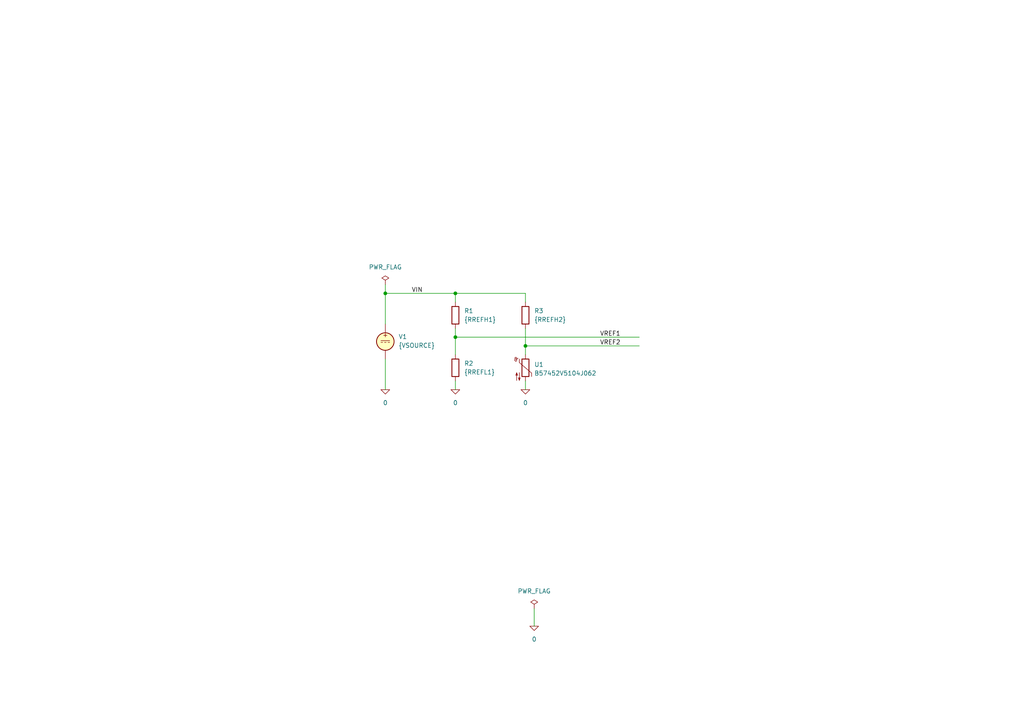
<source format=kicad_sch>
(kicad_sch
	(version 20231120)
	(generator "eeschema")
	(generator_version "8.0")
	(uuid "6d0d9df8-d651-40e1-ab76-10f9593344e7")
	(paper "A4")
	(title_block
		(title "Wheatstone bridge")
		(date "2024-10-04")
		(rev "1")
		(company "astroelectronic@")
		(comment 1 "-")
		(comment 2 "-")
		(comment 3 "-")
		(comment 4 "AE01006104")
	)
	(lib_symbols
		(symbol "B57452V5104J062:0"
			(power)
			(pin_names
				(offset 0)
			)
			(exclude_from_sim no)
			(in_bom yes)
			(on_board yes)
			(property "Reference" "#GND"
				(at 0 -2.54 0)
				(effects
					(font
						(size 1.27 1.27)
					)
					(hide yes)
				)
			)
			(property "Value" "0"
				(at 0 -1.778 0)
				(effects
					(font
						(size 1.27 1.27)
					)
				)
			)
			(property "Footprint" ""
				(at 0 0 0)
				(effects
					(font
						(size 1.27 1.27)
					)
					(hide yes)
				)
			)
			(property "Datasheet" "~"
				(at 0 0 0)
				(effects
					(font
						(size 1.27 1.27)
					)
					(hide yes)
				)
			)
			(property "Description" "0V reference potential for simulation"
				(at 0 0 0)
				(effects
					(font
						(size 1.27 1.27)
					)
					(hide yes)
				)
			)
			(property "ki_keywords" "simulation"
				(at 0 0 0)
				(effects
					(font
						(size 1.27 1.27)
					)
					(hide yes)
				)
			)
			(symbol "0_0_1"
				(polyline
					(pts
						(xy -1.27 0) (xy 0 -1.27) (xy 1.27 0) (xy -1.27 0)
					)
					(stroke
						(width 0)
						(type default)
					)
					(fill
						(type none)
					)
				)
			)
			(symbol "0_1_1"
				(pin power_in line
					(at 0 0 0)
					(length 0) hide
					(name "0"
						(effects
							(font
								(size 1.016 1.016)
							)
						)
					)
					(number "1"
						(effects
							(font
								(size 1.016 1.016)
							)
						)
					)
				)
			)
		)
		(symbol "B57452V5104J062:PWR_FLAG"
			(power)
			(pin_numbers hide)
			(pin_names
				(offset 0) hide)
			(exclude_from_sim no)
			(in_bom yes)
			(on_board yes)
			(property "Reference" "#FLG"
				(at 0 1.905 0)
				(effects
					(font
						(size 1.27 1.27)
					)
					(hide yes)
				)
			)
			(property "Value" "PWR_FLAG"
				(at 0 3.81 0)
				(effects
					(font
						(size 1.27 1.27)
					)
				)
			)
			(property "Footprint" ""
				(at 0 0 0)
				(effects
					(font
						(size 1.27 1.27)
					)
					(hide yes)
				)
			)
			(property "Datasheet" "~"
				(at 0 0 0)
				(effects
					(font
						(size 1.27 1.27)
					)
					(hide yes)
				)
			)
			(property "Description" "Special symbol for telling ERC where power comes from"
				(at 0 0 0)
				(effects
					(font
						(size 1.27 1.27)
					)
					(hide yes)
				)
			)
			(property "ki_keywords" "flag power"
				(at 0 0 0)
				(effects
					(font
						(size 1.27 1.27)
					)
					(hide yes)
				)
			)
			(symbol "PWR_FLAG_0_0"
				(pin power_out line
					(at 0 0 90)
					(length 0)
					(name "pwr"
						(effects
							(font
								(size 1.27 1.27)
							)
						)
					)
					(number "1"
						(effects
							(font
								(size 1.27 1.27)
							)
						)
					)
				)
			)
			(symbol "PWR_FLAG_0_1"
				(polyline
					(pts
						(xy 0 0) (xy 0 1.27) (xy -1.016 1.905) (xy 0 2.54) (xy 1.016 1.905) (xy 0 1.27)
					)
					(stroke
						(width 0)
						(type default)
					)
					(fill
						(type none)
					)
				)
			)
		)
		(symbol "B57452V5104J062:R"
			(pin_numbers hide)
			(pin_names
				(offset 0)
			)
			(exclude_from_sim no)
			(in_bom yes)
			(on_board yes)
			(property "Reference" "R"
				(at 2.032 0 90)
				(effects
					(font
						(size 1.27 1.27)
					)
				)
			)
			(property "Value" "R"
				(at 0 0 90)
				(effects
					(font
						(size 1.27 1.27)
					)
				)
			)
			(property "Footprint" ""
				(at -1.778 0 90)
				(effects
					(font
						(size 1.27 1.27)
					)
					(hide yes)
				)
			)
			(property "Datasheet" "~"
				(at 0 0 0)
				(effects
					(font
						(size 1.27 1.27)
					)
					(hide yes)
				)
			)
			(property "Description" "Resistor"
				(at 0 0 0)
				(effects
					(font
						(size 1.27 1.27)
					)
					(hide yes)
				)
			)
			(property "ki_keywords" "R res resistor"
				(at 0 0 0)
				(effects
					(font
						(size 1.27 1.27)
					)
					(hide yes)
				)
			)
			(property "ki_fp_filters" "R_*"
				(at 0 0 0)
				(effects
					(font
						(size 1.27 1.27)
					)
					(hide yes)
				)
			)
			(symbol "R_0_1"
				(rectangle
					(start -1.016 -2.54)
					(end 1.016 2.54)
					(stroke
						(width 0.254)
						(type default)
					)
					(fill
						(type none)
					)
				)
			)
			(symbol "R_1_1"
				(pin passive line
					(at 0 3.81 270)
					(length 1.27)
					(name "~"
						(effects
							(font
								(size 1.27 1.27)
							)
						)
					)
					(number "1"
						(effects
							(font
								(size 1.27 1.27)
							)
						)
					)
				)
				(pin passive line
					(at 0 -3.81 90)
					(length 1.27)
					(name "~"
						(effects
							(font
								(size 1.27 1.27)
							)
						)
					)
					(number "2"
						(effects
							(font
								(size 1.27 1.27)
							)
						)
					)
				)
			)
		)
		(symbol "B57452V5104J062:Thermistor_NTC"
			(pin_numbers hide)
			(pin_names
				(offset 0)
			)
			(exclude_from_sim no)
			(in_bom yes)
			(on_board yes)
			(property "Reference" "TH"
				(at -4.445 0 90)
				(effects
					(font
						(size 1.27 1.27)
					)
				)
			)
			(property "Value" "Thermistor_NTC"
				(at 3.175 0 90)
				(effects
					(font
						(size 1.27 1.27)
					)
				)
			)
			(property "Footprint" ""
				(at 0 1.27 0)
				(effects
					(font
						(size 1.27 1.27)
					)
					(hide yes)
				)
			)
			(property "Datasheet" "~"
				(at 0 1.27 0)
				(effects
					(font
						(size 1.27 1.27)
					)
					(hide yes)
				)
			)
			(property "Description" "Temperature dependent resistor, negative temperature coefficient"
				(at 0 0 0)
				(effects
					(font
						(size 1.27 1.27)
					)
					(hide yes)
				)
			)
			(property "ki_keywords" "thermistor NTC resistor sensor RTD"
				(at 0 0 0)
				(effects
					(font
						(size 1.27 1.27)
					)
					(hide yes)
				)
			)
			(property "ki_fp_filters" "*NTC* *Thermistor* PIN?ARRAY* bornier* *Terminal?Block* R_*"
				(at 0 0 0)
				(effects
					(font
						(size 1.27 1.27)
					)
					(hide yes)
				)
			)
			(symbol "Thermistor_NTC_0_1"
				(arc
					(start -3.048 2.159)
					(mid -3.0495 2.3143)
					(end -3.175 2.413)
					(stroke
						(width 0)
						(type default)
					)
					(fill
						(type none)
					)
				)
				(arc
					(start -3.048 2.159)
					(mid -2.9736 1.9794)
					(end -2.794 1.905)
					(stroke
						(width 0)
						(type default)
					)
					(fill
						(type none)
					)
				)
				(arc
					(start -3.048 2.794)
					(mid -2.9736 2.6144)
					(end -2.794 2.54)
					(stroke
						(width 0)
						(type default)
					)
					(fill
						(type none)
					)
				)
				(arc
					(start -2.794 1.905)
					(mid -2.6144 1.9794)
					(end -2.54 2.159)
					(stroke
						(width 0)
						(type default)
					)
					(fill
						(type none)
					)
				)
				(arc
					(start -2.794 2.54)
					(mid -2.4393 2.5587)
					(end -2.159 2.794)
					(stroke
						(width 0)
						(type default)
					)
					(fill
						(type none)
					)
				)
				(arc
					(start -2.794 3.048)
					(mid -2.9736 2.9736)
					(end -3.048 2.794)
					(stroke
						(width 0)
						(type default)
					)
					(fill
						(type none)
					)
				)
				(arc
					(start -2.54 2.794)
					(mid -2.6144 2.9736)
					(end -2.794 3.048)
					(stroke
						(width 0)
						(type default)
					)
					(fill
						(type none)
					)
				)
				(rectangle
					(start -1.016 2.54)
					(end 1.016 -2.54)
					(stroke
						(width 0.254)
						(type default)
					)
					(fill
						(type none)
					)
				)
				(polyline
					(pts
						(xy -2.54 2.159) (xy -2.54 2.794)
					)
					(stroke
						(width 0)
						(type default)
					)
					(fill
						(type none)
					)
				)
				(polyline
					(pts
						(xy -1.778 2.54) (xy -1.778 1.524) (xy 1.778 -1.524) (xy 1.778 -2.54)
					)
					(stroke
						(width 0)
						(type default)
					)
					(fill
						(type none)
					)
				)
				(polyline
					(pts
						(xy -2.54 -3.683) (xy -2.54 -1.397) (xy -2.794 -2.159) (xy -2.286 -2.159) (xy -2.54 -1.397) (xy -2.54 -1.651)
					)
					(stroke
						(width 0)
						(type default)
					)
					(fill
						(type outline)
					)
				)
				(polyline
					(pts
						(xy -1.778 -1.397) (xy -1.778 -3.683) (xy -2.032 -2.921) (xy -1.524 -2.921) (xy -1.778 -3.683)
						(xy -1.778 -3.429)
					)
					(stroke
						(width 0)
						(type default)
					)
					(fill
						(type outline)
					)
				)
			)
			(symbol "Thermistor_NTC_1_1"
				(pin passive line
					(at 0 3.81 270)
					(length 1.27)
					(name "~"
						(effects
							(font
								(size 1.27 1.27)
							)
						)
					)
					(number "1"
						(effects
							(font
								(size 1.27 1.27)
							)
						)
					)
				)
				(pin passive line
					(at 0 -3.81 90)
					(length 1.27)
					(name "~"
						(effects
							(font
								(size 1.27 1.27)
							)
						)
					)
					(number "2"
						(effects
							(font
								(size 1.27 1.27)
							)
						)
					)
				)
			)
		)
		(symbol "B57452V5104J062:VDC"
			(pin_numbers hide)
			(pin_names
				(offset 0.0254)
			)
			(exclude_from_sim no)
			(in_bom yes)
			(on_board yes)
			(property "Reference" "V"
				(at 2.54 2.54 0)
				(effects
					(font
						(size 1.27 1.27)
					)
					(justify left)
				)
			)
			(property "Value" "1"
				(at 2.54 0 0)
				(effects
					(font
						(size 1.27 1.27)
					)
					(justify left)
				)
			)
			(property "Footprint" ""
				(at 0 0 0)
				(effects
					(font
						(size 1.27 1.27)
					)
					(hide yes)
				)
			)
			(property "Datasheet" "~"
				(at 0 0 0)
				(effects
					(font
						(size 1.27 1.27)
					)
					(hide yes)
				)
			)
			(property "Description" "Voltage source, DC"
				(at 0 0 0)
				(effects
					(font
						(size 1.27 1.27)
					)
					(hide yes)
				)
			)
			(property "Sim.Pins" "1=+ 2=-"
				(at 0 0 0)
				(effects
					(font
						(size 1.27 1.27)
					)
					(hide yes)
				)
			)
			(property "Sim.Type" "DC"
				(at 0 0 0)
				(effects
					(font
						(size 1.27 1.27)
					)
					(hide yes)
				)
			)
			(property "Sim.Device" "V"
				(at 0 0 0)
				(effects
					(font
						(size 1.27 1.27)
					)
					(justify left)
					(hide yes)
				)
			)
			(property "Spice_Netlist_Enabled" "Y"
				(at 0 0 0)
				(effects
					(font
						(size 1.27 1.27)
					)
					(justify left)
					(hide yes)
				)
			)
			(property "ki_keywords" "simulation"
				(at 0 0 0)
				(effects
					(font
						(size 1.27 1.27)
					)
					(hide yes)
				)
			)
			(symbol "VDC_0_0"
				(polyline
					(pts
						(xy -1.27 0.254) (xy 1.27 0.254)
					)
					(stroke
						(width 0)
						(type default)
					)
					(fill
						(type none)
					)
				)
				(polyline
					(pts
						(xy -0.762 -0.254) (xy -1.27 -0.254)
					)
					(stroke
						(width 0)
						(type default)
					)
					(fill
						(type none)
					)
				)
				(polyline
					(pts
						(xy 0.254 -0.254) (xy -0.254 -0.254)
					)
					(stroke
						(width 0)
						(type default)
					)
					(fill
						(type none)
					)
				)
				(polyline
					(pts
						(xy 1.27 -0.254) (xy 0.762 -0.254)
					)
					(stroke
						(width 0)
						(type default)
					)
					(fill
						(type none)
					)
				)
				(text "+"
					(at 0 1.905 0)
					(effects
						(font
							(size 1.27 1.27)
						)
					)
				)
			)
			(symbol "VDC_0_1"
				(circle
					(center 0 0)
					(radius 2.54)
					(stroke
						(width 0.254)
						(type default)
					)
					(fill
						(type background)
					)
				)
			)
			(symbol "VDC_1_1"
				(pin passive line
					(at 0 5.08 270)
					(length 2.54)
					(name "~"
						(effects
							(font
								(size 1.27 1.27)
							)
						)
					)
					(number "1"
						(effects
							(font
								(size 1.27 1.27)
							)
						)
					)
				)
				(pin passive line
					(at 0 -5.08 90)
					(length 2.54)
					(name "~"
						(effects
							(font
								(size 1.27 1.27)
							)
						)
					)
					(number "2"
						(effects
							(font
								(size 1.27 1.27)
							)
						)
					)
				)
			)
		)
	)
	(junction
		(at 152.4 100.33)
		(diameter 0)
		(color 0 0 0 0)
		(uuid "4f06c6b2-cf27-4779-b00a-7eb287a63d9a")
	)
	(junction
		(at 132.08 85.09)
		(diameter 0)
		(color 0 0 0 0)
		(uuid "6b543c75-7501-4d07-828d-1b1764b676a2")
	)
	(junction
		(at 132.08 97.79)
		(diameter 0)
		(color 0 0 0 0)
		(uuid "6ddd57f7-dd5b-4642-983d-8613bef6aeee")
	)
	(junction
		(at 111.76 85.09)
		(diameter 0)
		(color 0 0 0 0)
		(uuid "e4b23485-1439-49fe-9ee1-8cb0bd6df46d")
	)
	(wire
		(pts
			(xy 132.08 95.25) (xy 132.08 97.79)
		)
		(stroke
			(width 0)
			(type default)
		)
		(uuid "0affa49c-ae8b-4dd0-a560-5ccc4bc9b196")
	)
	(wire
		(pts
			(xy 132.08 97.79) (xy 185.42 97.79)
		)
		(stroke
			(width 0)
			(type default)
		)
		(uuid "0cb3e618-b221-437c-99e4-5d3e9c87ee2a")
	)
	(wire
		(pts
			(xy 111.76 85.09) (xy 132.08 85.09)
		)
		(stroke
			(width 0)
			(type default)
		)
		(uuid "10433cd7-e675-48a6-878a-0d2456cb461c")
	)
	(wire
		(pts
			(xy 132.08 102.87) (xy 132.08 97.79)
		)
		(stroke
			(width 0)
			(type default)
		)
		(uuid "12cd7abe-330f-4263-b817-e5d90d34df6a")
	)
	(wire
		(pts
			(xy 152.4 85.09) (xy 152.4 87.63)
		)
		(stroke
			(width 0)
			(type default)
		)
		(uuid "25fbc6ac-4f27-4681-93e1-9161bdd0dbb3")
	)
	(wire
		(pts
			(xy 111.76 82.55) (xy 111.76 85.09)
		)
		(stroke
			(width 0)
			(type default)
		)
		(uuid "51596184-2d38-4186-88d7-64666a09b535")
	)
	(wire
		(pts
			(xy 132.08 110.49) (xy 132.08 113.03)
		)
		(stroke
			(width 0)
			(type default)
		)
		(uuid "73a91e24-5638-427d-af32-8dee82237594")
	)
	(wire
		(pts
			(xy 154.94 176.53) (xy 154.94 181.61)
		)
		(stroke
			(width 0)
			(type default)
		)
		(uuid "80083fcd-1fd7-4988-82e3-2526f038cf60")
	)
	(wire
		(pts
			(xy 152.4 100.33) (xy 185.42 100.33)
		)
		(stroke
			(width 0)
			(type default)
		)
		(uuid "82b33722-37eb-48c5-8372-79aa19870341")
	)
	(wire
		(pts
			(xy 132.08 87.63) (xy 132.08 85.09)
		)
		(stroke
			(width 0)
			(type default)
		)
		(uuid "9a94ffb4-74bf-444f-a79d-1d5d8cb5821b")
	)
	(wire
		(pts
			(xy 152.4 95.25) (xy 152.4 100.33)
		)
		(stroke
			(width 0)
			(type default)
		)
		(uuid "a8a7b532-bcc0-4118-adf8-122237ab58a9")
	)
	(wire
		(pts
			(xy 152.4 100.33) (xy 152.4 102.87)
		)
		(stroke
			(width 0)
			(type default)
		)
		(uuid "a8c0e10a-8d61-45b2-aa00-a3ab039792df")
	)
	(wire
		(pts
			(xy 152.4 110.49) (xy 152.4 113.03)
		)
		(stroke
			(width 0)
			(type default)
		)
		(uuid "c35a0cb2-4b9e-498f-a4ea-8bfdc12b700c")
	)
	(wire
		(pts
			(xy 111.76 85.09) (xy 111.76 93.98)
		)
		(stroke
			(width 0)
			(type default)
		)
		(uuid "d61d7775-f9e2-4940-9f23-c6ff89fd089e")
	)
	(wire
		(pts
			(xy 111.76 104.14) (xy 111.76 113.03)
		)
		(stroke
			(width 0)
			(type default)
		)
		(uuid "dbc6b074-7565-4afc-86db-c7d32d5d2641")
	)
	(wire
		(pts
			(xy 132.08 85.09) (xy 152.4 85.09)
		)
		(stroke
			(width 0)
			(type default)
		)
		(uuid "e745dbec-37a3-432a-8582-729026f05373")
	)
	(label "VREF1"
		(at 173.99 97.79 0)
		(fields_autoplaced yes)
		(effects
			(font
				(size 1.27 1.27)
			)
			(justify left bottom)
		)
		(uuid "502400d6-5cff-4cfa-8044-760b33a1d5f9")
	)
	(label "VIN"
		(at 119.38 85.09 0)
		(fields_autoplaced yes)
		(effects
			(font
				(size 1.27 1.27)
			)
			(justify left bottom)
		)
		(uuid "631d5fa7-91ba-4102-9bfb-2b8cdedfae48")
	)
	(label "VREF2"
		(at 173.99 100.33 0)
		(fields_autoplaced yes)
		(effects
			(font
				(size 1.27 1.27)
			)
			(justify left bottom)
		)
		(uuid "fdbfa403-b0ca-4b88-b344-6a6b6a069bce")
	)
	(symbol
		(lib_id "B57452V5104J062:0")
		(at 152.4 113.03 0)
		(unit 1)
		(exclude_from_sim no)
		(in_bom yes)
		(on_board yes)
		(dnp no)
		(fields_autoplaced yes)
		(uuid "0fdd4f5d-7e7c-4e8e-a421-b3695975b55a")
		(property "Reference" "#GND03"
			(at 152.4 115.57 0)
			(effects
				(font
					(size 1.27 1.27)
				)
				(hide yes)
			)
		)
		(property "Value" "0"
			(at 152.4 116.84 0)
			(effects
				(font
					(size 1.27 1.27)
				)
			)
		)
		(property "Footprint" ""
			(at 152.4 113.03 0)
			(effects
				(font
					(size 1.27 1.27)
				)
				(hide yes)
			)
		)
		(property "Datasheet" "~"
			(at 152.4 113.03 0)
			(effects
				(font
					(size 1.27 1.27)
				)
				(hide yes)
			)
		)
		(property "Description" ""
			(at 152.4 113.03 0)
			(effects
				(font
					(size 1.27 1.27)
				)
				(hide yes)
			)
		)
		(pin "1"
			(uuid "e22fb87b-2069-44c1-9cb5-5c6327619585")
		)
		(instances
			(project ""
				(path "/6d0d9df8-d651-40e1-ab76-10f9593344e7"
					(reference "#GND03")
					(unit 1)
				)
			)
		)
	)
	(symbol
		(lib_id "B57452V5104J062:R")
		(at 132.08 106.68 0)
		(unit 1)
		(exclude_from_sim no)
		(in_bom yes)
		(on_board yes)
		(dnp no)
		(fields_autoplaced yes)
		(uuid "259b944e-42a5-4236-a3cc-9f8c75aefb1a")
		(property "Reference" "R2"
			(at 134.62 105.4099 0)
			(effects
				(font
					(size 1.27 1.27)
				)
				(justify left)
			)
		)
		(property "Value" "{RREFL1}"
			(at 134.62 107.9499 0)
			(effects
				(font
					(size 1.27 1.27)
				)
				(justify left)
			)
		)
		(property "Footprint" ""
			(at 130.302 106.68 90)
			(effects
				(font
					(size 1.27 1.27)
				)
				(hide yes)
			)
		)
		(property "Datasheet" "~"
			(at 132.08 106.68 0)
			(effects
				(font
					(size 1.27 1.27)
				)
				(hide yes)
			)
		)
		(property "Description" ""
			(at 132.08 106.68 0)
			(effects
				(font
					(size 1.27 1.27)
				)
				(hide yes)
			)
		)
		(pin "1"
			(uuid "2f65571c-c0a0-4aed-a0cc-71d4347d4376")
		)
		(pin "2"
			(uuid "f23d40e1-2d76-46e7-85e4-5205b3ed2473")
		)
		(instances
			(project ""
				(path "/6d0d9df8-d651-40e1-ab76-10f9593344e7"
					(reference "R2")
					(unit 1)
				)
			)
		)
	)
	(symbol
		(lib_id "B57452V5104J062:0")
		(at 111.76 113.03 0)
		(unit 1)
		(exclude_from_sim no)
		(in_bom yes)
		(on_board yes)
		(dnp no)
		(fields_autoplaced yes)
		(uuid "2743bb16-4500-499e-8293-efee320f039a")
		(property "Reference" "#GND01"
			(at 111.76 115.57 0)
			(effects
				(font
					(size 1.27 1.27)
				)
				(hide yes)
			)
		)
		(property "Value" "0"
			(at 111.76 116.84 0)
			(effects
				(font
					(size 1.27 1.27)
				)
			)
		)
		(property "Footprint" ""
			(at 111.76 113.03 0)
			(effects
				(font
					(size 1.27 1.27)
				)
				(hide yes)
			)
		)
		(property "Datasheet" "~"
			(at 111.76 113.03 0)
			(effects
				(font
					(size 1.27 1.27)
				)
				(hide yes)
			)
		)
		(property "Description" ""
			(at 111.76 113.03 0)
			(effects
				(font
					(size 1.27 1.27)
				)
				(hide yes)
			)
		)
		(pin "1"
			(uuid "812b65ba-a446-4c0e-a3c9-d70329c12c74")
		)
		(instances
			(project ""
				(path "/6d0d9df8-d651-40e1-ab76-10f9593344e7"
					(reference "#GND01")
					(unit 1)
				)
			)
		)
	)
	(symbol
		(lib_id "B57452V5104J062:R")
		(at 132.08 91.44 0)
		(unit 1)
		(exclude_from_sim no)
		(in_bom yes)
		(on_board yes)
		(dnp no)
		(fields_autoplaced yes)
		(uuid "27bbbc87-8a8b-4d73-9575-c266214f6c3f")
		(property "Reference" "R1"
			(at 134.62 90.1699 0)
			(effects
				(font
					(size 1.27 1.27)
				)
				(justify left)
			)
		)
		(property "Value" "{RREFH1}"
			(at 134.62 92.7099 0)
			(effects
				(font
					(size 1.27 1.27)
				)
				(justify left)
			)
		)
		(property "Footprint" ""
			(at 130.302 91.44 90)
			(effects
				(font
					(size 1.27 1.27)
				)
				(hide yes)
			)
		)
		(property "Datasheet" "~"
			(at 132.08 91.44 0)
			(effects
				(font
					(size 1.27 1.27)
				)
				(hide yes)
			)
		)
		(property "Description" ""
			(at 132.08 91.44 0)
			(effects
				(font
					(size 1.27 1.27)
				)
				(hide yes)
			)
		)
		(pin "1"
			(uuid "0609addd-ebd3-4c7d-8cdd-8c4accf2fcb9")
		)
		(pin "2"
			(uuid "27840f57-94e8-45fb-84df-9a41103b82f4")
		)
		(instances
			(project ""
				(path "/6d0d9df8-d651-40e1-ab76-10f9593344e7"
					(reference "R1")
					(unit 1)
				)
			)
		)
	)
	(symbol
		(lib_id "B57452V5104J062:PWR_FLAG")
		(at 154.94 176.53 0)
		(unit 1)
		(exclude_from_sim no)
		(in_bom yes)
		(on_board yes)
		(dnp no)
		(fields_autoplaced yes)
		(uuid "45178aac-c888-4c86-8677-4eeeaa178487")
		(property "Reference" "#FLG01"
			(at 154.94 174.625 0)
			(effects
				(font
					(size 1.27 1.27)
				)
				(hide yes)
			)
		)
		(property "Value" "PWR_FLAG"
			(at 154.94 171.45 0)
			(effects
				(font
					(size 1.27 1.27)
				)
			)
		)
		(property "Footprint" ""
			(at 154.94 176.53 0)
			(effects
				(font
					(size 1.27 1.27)
				)
				(hide yes)
			)
		)
		(property "Datasheet" "~"
			(at 154.94 176.53 0)
			(effects
				(font
					(size 1.27 1.27)
				)
				(hide yes)
			)
		)
		(property "Description" ""
			(at 154.94 176.53 0)
			(effects
				(font
					(size 1.27 1.27)
				)
				(hide yes)
			)
		)
		(pin "1"
			(uuid "e24f0a57-2856-481c-b708-ed2be82b7169")
		)
		(instances
			(project ""
				(path "/6d0d9df8-d651-40e1-ab76-10f9593344e7"
					(reference "#FLG01")
					(unit 1)
				)
			)
		)
	)
	(symbol
		(lib_name "B57452V5104J062:VDC")
		(lib_id "B57452V5104J062:VDC")
		(at 111.76 99.06 0)
		(unit 1)
		(exclude_from_sim no)
		(in_bom yes)
		(on_board yes)
		(dnp no)
		(fields_autoplaced yes)
		(uuid "73a2e3b4-8a7a-4fb4-8f01-11acb7f93dbc")
		(property "Reference" "V1"
			(at 115.57 97.6601 0)
			(effects
				(font
					(size 1.27 1.27)
				)
				(justify left)
			)
		)
		(property "Value" "{VSOURCE}"
			(at 115.57 100.2001 0)
			(effects
				(font
					(size 1.27 1.27)
				)
				(justify left)
			)
		)
		(property "Footprint" ""
			(at 111.76 99.06 0)
			(effects
				(font
					(size 1.27 1.27)
				)
				(hide yes)
			)
		)
		(property "Datasheet" "~"
			(at 111.76 99.06 0)
			(effects
				(font
					(size 1.27 1.27)
				)
				(hide yes)
			)
		)
		(property "Description" ""
			(at 111.76 99.06 0)
			(effects
				(font
					(size 1.27 1.27)
				)
				(hide yes)
			)
		)
		(property "Sim.Device" "SPICE"
			(at 111.76 99.06 0)
			(effects
				(font
					(size 1.27 1.27)
				)
				(justify left)
				(hide yes)
			)
		)
		(property "Sim.Params" "type=\"V\" model=\"{VSOURCE}\" lib=\"\""
			(at 0 0 0)
			(effects
				(font
					(size 1.27 1.27)
				)
				(hide yes)
			)
		)
		(property "Sim.Pins" "1=1 2=2"
			(at 0 0 0)
			(effects
				(font
					(size 1.27 1.27)
				)
				(hide yes)
			)
		)
		(pin "1"
			(uuid "153ab4c8-0c93-4f3d-94e9-960bcdd35c09")
		)
		(pin "2"
			(uuid "7a3bef80-370f-46c9-a6c2-8d8bd295dac7")
		)
		(instances
			(project ""
				(path "/6d0d9df8-d651-40e1-ab76-10f9593344e7"
					(reference "V1")
					(unit 1)
				)
			)
		)
	)
	(symbol
		(lib_id "B57452V5104J062:0")
		(at 154.94 181.61 0)
		(unit 1)
		(exclude_from_sim no)
		(in_bom yes)
		(on_board yes)
		(dnp no)
		(fields_autoplaced yes)
		(uuid "9241b5d7-feb1-4b24-8a6a-d3b0aebef51a")
		(property "Reference" "#GND04"
			(at 154.94 184.15 0)
			(effects
				(font
					(size 1.27 1.27)
				)
				(hide yes)
			)
		)
		(property "Value" "0"
			(at 154.94 185.42 0)
			(effects
				(font
					(size 1.27 1.27)
				)
			)
		)
		(property "Footprint" ""
			(at 154.94 181.61 0)
			(effects
				(font
					(size 1.27 1.27)
				)
				(hide yes)
			)
		)
		(property "Datasheet" "~"
			(at 154.94 181.61 0)
			(effects
				(font
					(size 1.27 1.27)
				)
				(hide yes)
			)
		)
		(property "Description" ""
			(at 154.94 181.61 0)
			(effects
				(font
					(size 1.27 1.27)
				)
				(hide yes)
			)
		)
		(pin "1"
			(uuid "321f4946-de0a-48c4-ab6f-cafcf5130cd0")
		)
		(instances
			(project ""
				(path "/6d0d9df8-d651-40e1-ab76-10f9593344e7"
					(reference "#GND04")
					(unit 1)
				)
			)
		)
	)
	(symbol
		(lib_id "B57452V5104J062:0")
		(at 132.08 113.03 0)
		(unit 1)
		(exclude_from_sim no)
		(in_bom yes)
		(on_board yes)
		(dnp no)
		(fields_autoplaced yes)
		(uuid "971ffe8f-b0d1-4895-8fb2-cb7a524c05e1")
		(property "Reference" "#GND02"
			(at 132.08 115.57 0)
			(effects
				(font
					(size 1.27 1.27)
				)
				(hide yes)
			)
		)
		(property "Value" "0"
			(at 132.08 116.84 0)
			(effects
				(font
					(size 1.27 1.27)
				)
			)
		)
		(property "Footprint" ""
			(at 132.08 113.03 0)
			(effects
				(font
					(size 1.27 1.27)
				)
				(hide yes)
			)
		)
		(property "Datasheet" "~"
			(at 132.08 113.03 0)
			(effects
				(font
					(size 1.27 1.27)
				)
				(hide yes)
			)
		)
		(property "Description" ""
			(at 132.08 113.03 0)
			(effects
				(font
					(size 1.27 1.27)
				)
				(hide yes)
			)
		)
		(pin "1"
			(uuid "3e1c1359-b4ef-46f4-a974-715d3adc0535")
		)
		(instances
			(project ""
				(path "/6d0d9df8-d651-40e1-ab76-10f9593344e7"
					(reference "#GND02")
					(unit 1)
				)
			)
		)
	)
	(symbol
		(lib_id "B57452V5104J062:R")
		(at 152.4 91.44 0)
		(unit 1)
		(exclude_from_sim no)
		(in_bom yes)
		(on_board yes)
		(dnp no)
		(fields_autoplaced yes)
		(uuid "a193dc45-fc52-4f25-8460-ce3c2874d60a")
		(property "Reference" "R3"
			(at 154.94 90.1699 0)
			(effects
				(font
					(size 1.27 1.27)
				)
				(justify left)
			)
		)
		(property "Value" "{RREFH2}"
			(at 154.94 92.7099 0)
			(effects
				(font
					(size 1.27 1.27)
				)
				(justify left)
			)
		)
		(property "Footprint" ""
			(at 150.622 91.44 90)
			(effects
				(font
					(size 1.27 1.27)
				)
				(hide yes)
			)
		)
		(property "Datasheet" "~"
			(at 152.4 91.44 0)
			(effects
				(font
					(size 1.27 1.27)
				)
				(hide yes)
			)
		)
		(property "Description" ""
			(at 152.4 91.44 0)
			(effects
				(font
					(size 1.27 1.27)
				)
				(hide yes)
			)
		)
		(pin "1"
			(uuid "c5e80825-4adc-4810-b5c2-19c1a2f11d89")
		)
		(pin "2"
			(uuid "86d14615-ecdb-4255-8a35-9001784eb782")
		)
		(instances
			(project ""
				(path "/6d0d9df8-d651-40e1-ab76-10f9593344e7"
					(reference "R3")
					(unit 1)
				)
			)
		)
	)
	(symbol
		(lib_id "B57452V5104J062:Thermistor_NTC")
		(at 152.4 106.68 0)
		(unit 1)
		(exclude_from_sim no)
		(in_bom yes)
		(on_board yes)
		(dnp no)
		(fields_autoplaced yes)
		(uuid "a4677fda-3871-4a13-965c-07795f96a8df")
		(property "Reference" "U1"
			(at 154.94 105.7274 0)
			(effects
				(font
					(size 1.27 1.27)
				)
				(justify left)
			)
		)
		(property "Value" "B57452V5104J062"
			(at 154.94 108.2674 0)
			(effects
				(font
					(size 1.27 1.27)
				)
				(justify left)
			)
		)
		(property "Footprint" ""
			(at 152.4 105.41 0)
			(effects
				(font
					(size 1.27 1.27)
				)
				(hide yes)
			)
		)
		(property "Datasheet" "~"
			(at 152.4 105.41 0)
			(effects
				(font
					(size 1.27 1.27)
				)
				(hide yes)
			)
		)
		(property "Description" ""
			(at 152.4 106.68 0)
			(effects
				(font
					(size 1.27 1.27)
				)
				(hide yes)
			)
		)
		(property "Sim.Device" "SUBCKT"
			(at 152.4 106.68 0)
			(effects
				(font
					(size 1.27 1.27)
				)
				(hide yes)
			)
		)
		(property "Sim.Pins" "1=1 2=2"
			(at 0 0 0)
			(effects
				(font
					(size 1.27 1.27)
				)
				(hide yes)
			)
		)
		(property "Sim.Library" "_models\\NTC_Library.lib"
			(at 152.4 106.68 0)
			(effects
				(font
					(size 1.27 1.27)
				)
				(hide yes)
			)
		)
		(property "Sim.Name" "B57452V5104J062"
			(at 152.4 106.68 0)
			(effects
				(font
					(size 1.27 1.27)
				)
				(hide yes)
			)
		)
		(pin "1"
			(uuid "33dea69f-cff4-4441-91b2-4a7c730bab8f")
		)
		(pin "2"
			(uuid "ebe0cfd1-8ce8-4634-953b-0ffd066d91db")
		)
		(instances
			(project ""
				(path "/6d0d9df8-d651-40e1-ab76-10f9593344e7"
					(reference "U1")
					(unit 1)
				)
			)
		)
	)
	(symbol
		(lib_id "B57452V5104J062:PWR_FLAG")
		(at 111.76 82.55 0)
		(unit 1)
		(exclude_from_sim no)
		(in_bom yes)
		(on_board yes)
		(dnp no)
		(fields_autoplaced yes)
		(uuid "b343b6af-649e-4b29-b5b3-82d6a15e6559")
		(property "Reference" "#FLG02"
			(at 111.76 80.645 0)
			(effects
				(font
					(size 1.27 1.27)
				)
				(hide yes)
			)
		)
		(property "Value" "PWR_FLAG"
			(at 111.76 77.47 0)
			(effects
				(font
					(size 1.27 1.27)
				)
			)
		)
		(property "Footprint" ""
			(at 111.76 82.55 0)
			(effects
				(font
					(size 1.27 1.27)
				)
				(hide yes)
			)
		)
		(property "Datasheet" "~"
			(at 111.76 82.55 0)
			(effects
				(font
					(size 1.27 1.27)
				)
				(hide yes)
			)
		)
		(property "Description" ""
			(at 111.76 82.55 0)
			(effects
				(font
					(size 1.27 1.27)
				)
				(hide yes)
			)
		)
		(pin "1"
			(uuid "29c3eaab-0a74-4d4b-a4e5-4f3e25918246")
		)
		(instances
			(project ""
				(path "/6d0d9df8-d651-40e1-ab76-10f9593344e7"
					(reference "#FLG02")
					(unit 1)
				)
			)
		)
	)
	(sheet_instances
		(path "/"
			(page "1")
		)
	)
)

</source>
